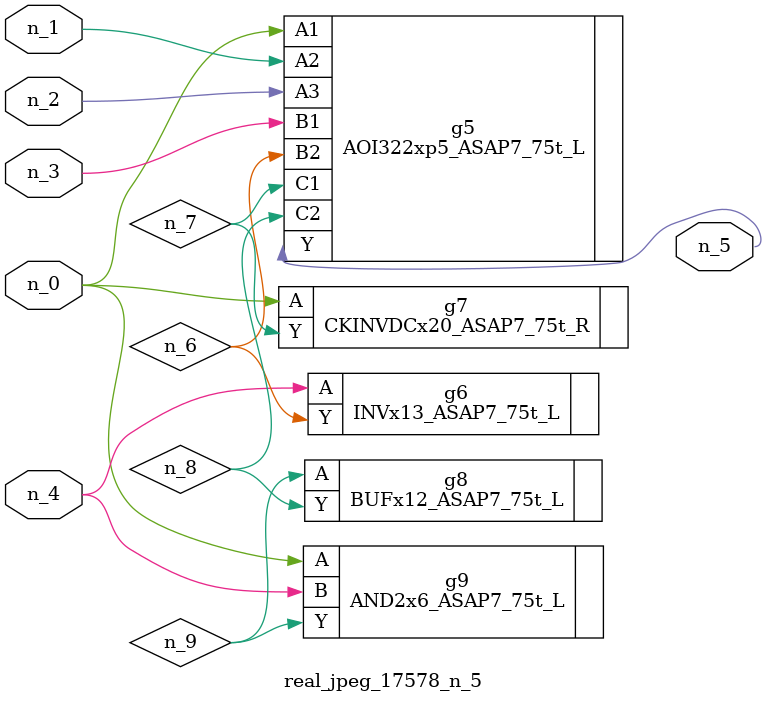
<source format=v>
module real_jpeg_17578_n_5 (n_4, n_0, n_1, n_2, n_3, n_5);

input n_4;
input n_0;
input n_1;
input n_2;
input n_3;

output n_5;

wire n_8;
wire n_6;
wire n_7;
wire n_9;

AOI322xp5_ASAP7_75t_L g5 ( 
.A1(n_0),
.A2(n_1),
.A3(n_2),
.B1(n_3),
.B2(n_6),
.C1(n_7),
.C2(n_8),
.Y(n_5)
);

CKINVDCx20_ASAP7_75t_R g7 ( 
.A(n_0),
.Y(n_7)
);

AND2x6_ASAP7_75t_L g9 ( 
.A(n_0),
.B(n_4),
.Y(n_9)
);

INVx13_ASAP7_75t_L g6 ( 
.A(n_4),
.Y(n_6)
);

BUFx12_ASAP7_75t_L g8 ( 
.A(n_9),
.Y(n_8)
);


endmodule
</source>
